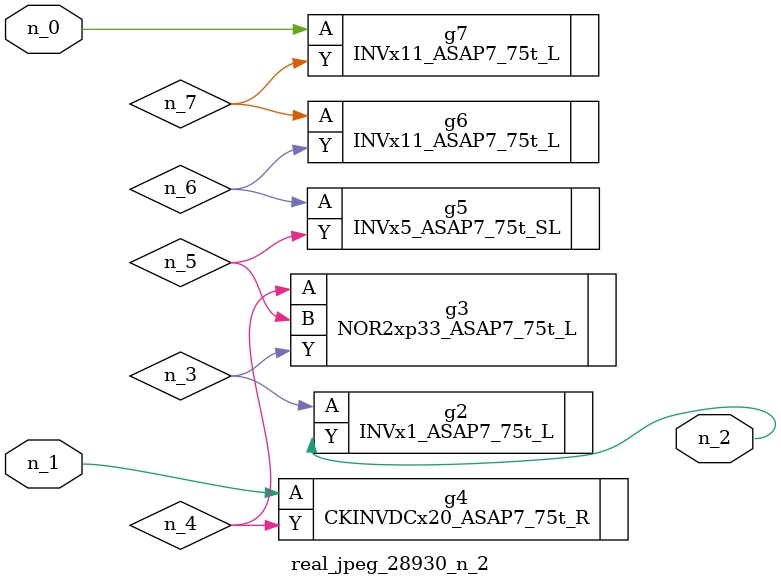
<source format=v>
module real_jpeg_28930_n_2 (n_1, n_0, n_2);

input n_1;
input n_0;

output n_2;

wire n_5;
wire n_4;
wire n_6;
wire n_7;
wire n_3;

INVx11_ASAP7_75t_L g7 ( 
.A(n_0),
.Y(n_7)
);

CKINVDCx20_ASAP7_75t_R g4 ( 
.A(n_1),
.Y(n_4)
);

INVx1_ASAP7_75t_L g2 ( 
.A(n_3),
.Y(n_2)
);

NOR2xp33_ASAP7_75t_L g3 ( 
.A(n_4),
.B(n_5),
.Y(n_3)
);

INVx5_ASAP7_75t_SL g5 ( 
.A(n_6),
.Y(n_5)
);

INVx11_ASAP7_75t_L g6 ( 
.A(n_7),
.Y(n_6)
);


endmodule
</source>
